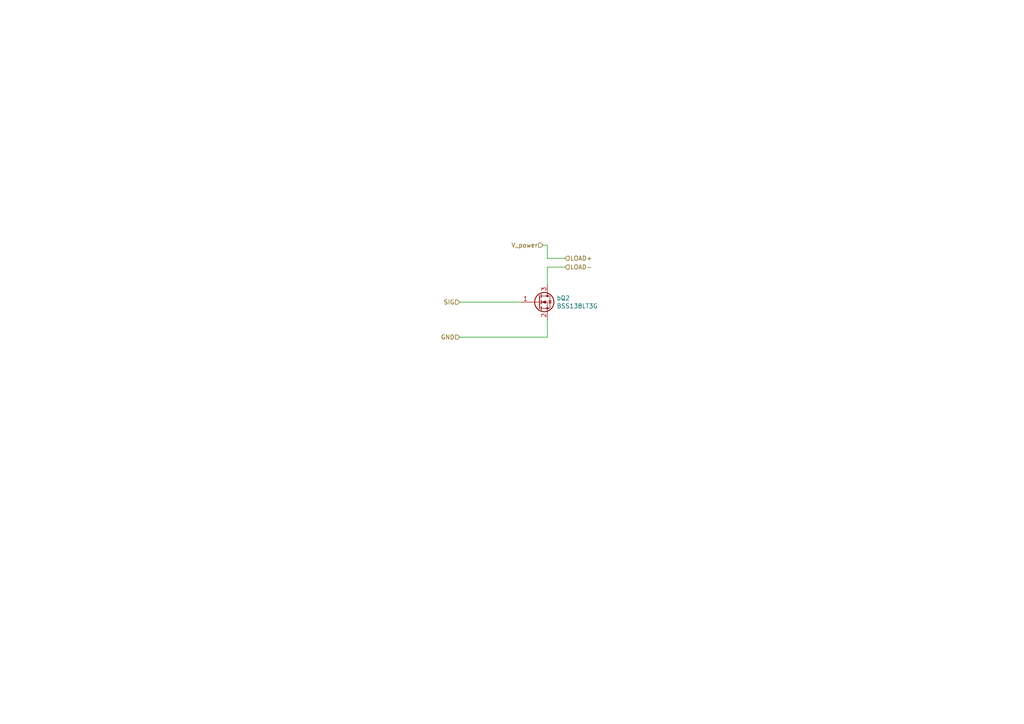
<source format=kicad_sch>
(kicad_sch (version 20211123) (generator eeschema)
  (paper "A4")
  (lib_symbols
    (symbol "Device:Q_NMOS_GSD" (pin_names (offset 0) hide)
      (property "Reference" "Q" (at 5.08 1.27 0))
      (property "Value" "Q_NMOS_GSD" (at 5.08 -1.27 0))
      (symbol "Q_NMOS_GSD_0_1"
        (polyline (pts (xy 0.254 0) (xy -2.54 0)))
        (polyline (pts (xy 0.254 1.905) (xy 0.254 -1.905)) (stroke (width 0.254)))
        (polyline (pts (xy 0.762 -1.27) (xy 0.762 -2.286)) (stroke (width 0.254)))
        (polyline (pts (xy 0.762 0.508) (xy 0.762 -0.508)) (stroke (width 0.254)))
        (polyline (pts (xy 0.762 2.286) (xy 0.762 1.27)) (stroke (width 0.254)))
        (polyline (pts (xy 2.54 2.54) (xy 2.54 1.778)))
        (polyline (pts (xy 2.54 -2.54) (xy 2.54 0) (xy 0.762 0)))
        (polyline (pts (xy 0.762 -1.778) (xy 3.302 -1.778) (xy 3.302 1.778) (xy 0.762 1.778)))
        (polyline (pts (xy 1.016 0) (xy 2.032 0.381) (xy 2.032 -0.381) (xy 1.016 0)) (fill (type outline)))
        (polyline (pts (xy 2.794 0.508) (xy 2.921 0.381) (xy 3.683 0.381) (xy 3.81 0.254)))
        (polyline (pts (xy 3.302 0.381) (xy 2.921 -0.254) (xy 3.683 -0.254) (xy 3.302 0.381)))
        (circle (center 1.651 0) (radius 2.794) (stroke (width 0.254)))
        (circle (center 2.54 -1.778) (radius 0.254) (fill (type outline)))
        (circle (center 2.54 1.778) (radius 0.254) (fill (type outline)))
      )
      (symbol "Q_NMOS_GSD_1_1"
        (pin input line (at -5.08 0 0) (length 2.54) (name "G") (number "1"))
        (pin passive line (at 2.54 -5.08 90) (length 2.54) (name "S") (number "2"))
        (pin passive line (at 2.54 5.08 270) (length 2.54) (name "D") (number "3"))
      )
    )
  )
  (wire (pts (xy 133.35 87.63) (xy 151.13 87.63)))
  (wire (pts (xy 133.35 97.79) (xy 158.75 97.79)))
  (wire (pts (xy 158.75 77.47) (xy 158.75 82.55)))
  (wire (pts (xy 158.75 74.93) (xy 158.75 71.12)))
  (wire (pts (xy 158.75 97.79) (xy 158.75 92.71)))
  (wire (pts (xy 158.75 71.12) (xy 157.48 71.12)))
  (wire (pts (xy 163.83 74.93) (xy 158.75 74.93)))
  (wire (pts (xy 163.83 77.47) (xy 158.75 77.47)))
  (hierarchical_label "SIG" (shape input) (at 133.35 87.63 180))
  (hierarchical_label "GND" (shape input) (at 133.35 97.79 180))
  (hierarchical_label "LOAD+" (shape input) (at 163.83 74.93 0))
  (hierarchical_label "LOAD-" (shape input) (at 163.83 77.47 0))
  (hierarchical_label "V_power" (shape input) (at 157.48 71.12 180))
  (symbol (lib_id "Device:Q_NMOS_GSD") (at 156.21 87.63 0) (unit 1)
    (property "Reference" "bQ2" (at 161.417 86.4616 0) (effects (justify left)))
    (property "Value" "BSS138LT3G" (at 161.417 88.773 0) (effects (justify left)))
    (property "Footprint" "Package_TO_SOT_SMD:SC-59" (effects hide))
  )
)
</source>
